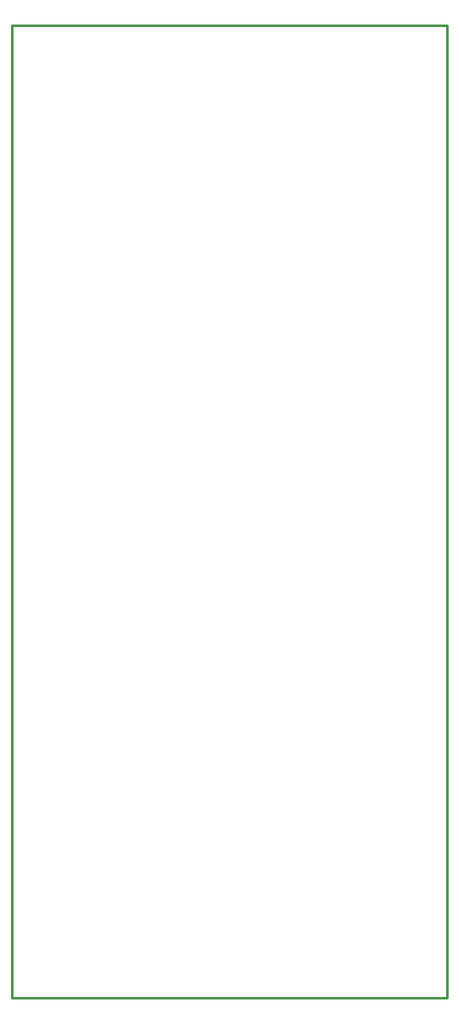
<source format=gm1>
G04 #@! TF.GenerationSoftware,KiCad,Pcbnew,5.1.5+dfsg1-2build2*
G04 #@! TF.CreationDate,2020-05-17T18:00:09-07:00*
G04 #@! TF.ProjectId,triad_center,74726961-645f-4636-956e-7465722e6b69,rev?*
G04 #@! TF.SameCoordinates,Original*
G04 #@! TF.FileFunction,Profile,NP*
%FSLAX46Y46*%
G04 Gerber Fmt 4.6, Leading zero omitted, Abs format (unit mm)*
G04 Created by KiCad (PCBNEW 5.1.5+dfsg1-2build2) date 2020-05-17 18:00:09*
%MOMM*%
%LPD*%
G04 APERTURE LIST*
%ADD10C,0.300000*%
G04 APERTURE END LIST*
D10*
X19775000Y-142650000D02*
X19775000Y-14920000D01*
X76925000Y-142650000D02*
X19775000Y-142650000D01*
X76925000Y-14920000D02*
X76925000Y-142650000D01*
X19775000Y-14920000D02*
X76925000Y-14920000D01*
M02*

</source>
